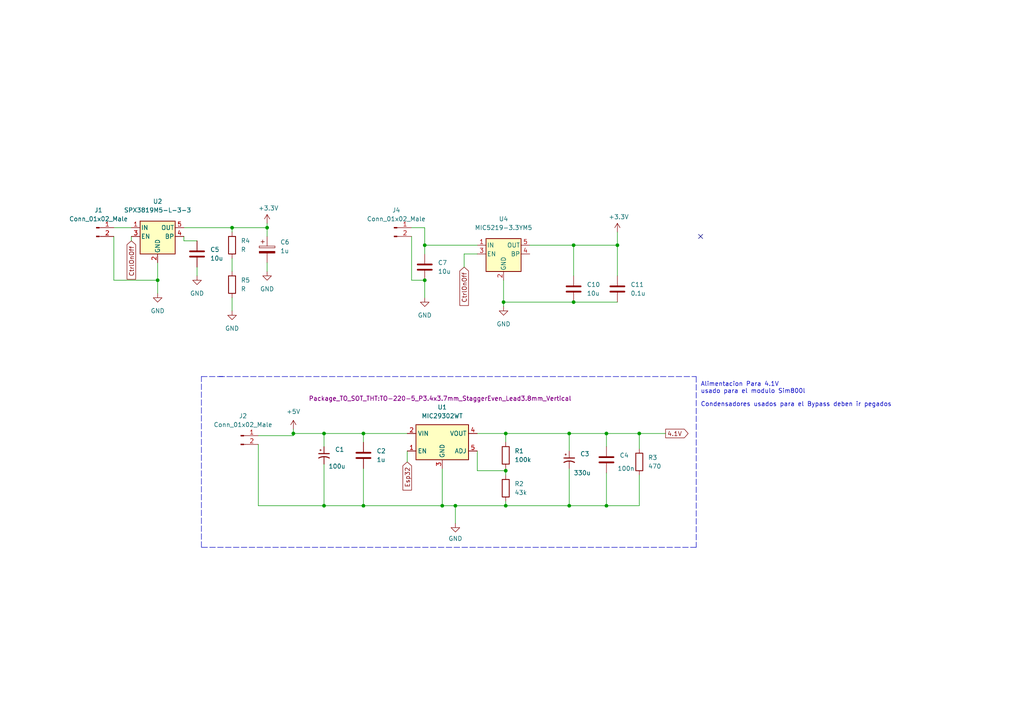
<source format=kicad_sch>
(kicad_sch (version 20211123) (generator eeschema)
  (paper "A4")
  (lib_symbols
    (symbol "Conn_01x02_Male_1" (pin_names (offset 1.016) hide)
      (property "Reference" "J" (at 0 2.54 0))
      (property "Value" "Conn_01x02_Male_1" (at 0 -5.08 0))
      (symbol "Conn_01x02_Male_1_1_1"
        (polyline (pts (xy 1.27 -2.54) (xy 0.8636 -2.54)) (stroke (width 0.1524)))
        (polyline (pts (xy 1.27 0) (xy 0.8636 0)) (stroke (width 0.1524)))
        (rectangle (start 0.8636 -2.413) (end 0 -2.667) (stroke (width 0.1524)) (fill (type outline)))
        (rectangle (start 0.8636 0.127) (end 0 -0.127) (stroke (width 0.1524)) (fill (type outline)))
        (pin passive line (at 5.08 0 180) (length 3.81) (name "Pin_1") (number "1"))
        (pin passive line (at 5.08 -2.54 180) (length 3.81) (name "Pin_2") (number "2"))
      )
    )
    (symbol "Connector:Conn_01x02_Male" (pin_names (offset 1.016) hide)
      (property "Reference" "J?" (at 0.635 5.715 0))
      (property "Value" "Conn_01x02_Male" (at 0.635 3.175 0))
      (symbol "Conn_01x02_Male_1_1"
        (polyline (pts (xy 1.27 -2.54) (xy 0.8636 -2.54)) (stroke (width 0.1524)))
        (polyline (pts (xy 1.27 0) (xy 0.8636 0)) (stroke (width 0.1524)))
        (rectangle (start 0.8636 -2.413) (end 0 -2.667) (stroke (width 0.1524)) (fill (type outline)))
        (rectangle (start 0.8636 0.127) (end 0 -0.127) (stroke (width 0.1524)) (fill (type outline)))
        (pin power_in line (at 5.08 0 180) (length 3.81) (name "Pin_1") (number "1"))
        (pin passive line (at 5.08 -2.54 180) (length 3.81) (name "Pin_2") (number "2"))
      )
    )
    (symbol "Device:C" (pin_numbers hide) (pin_names (offset 0.254))
      (property "Reference" "C" (at 0.635 2.54 0))
      (property "Value" "C" (at 0.635 -2.54 0))
      (symbol "C_0_1"
        (polyline (pts (xy -2.032 -0.762) (xy 2.032 -0.762)) (stroke (width 0.508)))
        (polyline (pts (xy -2.032 0.762) (xy 2.032 0.762)) (stroke (width 0.508)))
      )
      (symbol "C_1_1"
        (pin passive line (at 0 3.81 270) (length 2.794) (name "~") (number "1"))
        (pin passive line (at 0 -3.81 90) (length 2.794) (name "~") (number "2"))
      )
    )
    (symbol "Device:C_Polarized" (pin_numbers hide) (pin_names (offset 0.254))
      (property "Reference" "C" (at 0.635 2.54 0))
      (property "Value" "C_Polarized" (at 0.635 -2.54 0))
      (symbol "C_Polarized_0_1"
        (rectangle (start -2.286 0.508) (end 2.286 1.016))
        (polyline (pts (xy -1.778 2.286) (xy -0.762 2.286)))
        (polyline (pts (xy -1.27 2.794) (xy -1.27 1.778)))
        (rectangle (start 2.286 -0.508) (end -2.286 -1.016) (fill (type outline)))
      )
      (symbol "C_Polarized_1_1"
        (pin passive line (at 0 3.81 270) (length 2.794) (name "~") (number "1"))
        (pin passive line (at 0 -3.81 90) (length 2.794) (name "~") (number "2"))
      )
    )
    (symbol "Device:C_Polarized_Small_US" (pin_numbers hide) (pin_names (offset 0.254) hide)
      (property "Reference" "C" (at 0.254 1.778 0))
      (property "Value" "C_Polarized_Small_US" (at 0.254 -2.032 0))
      (symbol "C_Polarized_Small_US_0_1"
        (polyline (pts (xy -1.524 0.508) (xy 1.524 0.508)) (stroke (width 0.3048)))
        (polyline (pts (xy -1.27 1.524) (xy -0.762 1.524)))
        (polyline (pts (xy -1.016 1.27) (xy -1.016 1.778)))
        (arc (start 1.524 -0.762) (mid 0 -0.3734) (end -1.524 -0.762) (stroke (width 0.3048)))
      )
      (symbol "C_Polarized_Small_US_1_1"
        (pin passive line (at 0 2.54 270) (length 2.032) (name "~") (number "1"))
        (pin passive line (at 0 -2.54 90) (length 2.032) (name "~") (number "2"))
      )
    )
    (symbol "Device:R" (pin_numbers hide) (pin_names (offset 0))
      (property "Reference" "R" (at 2.032 0 90))
      (property "Value" "R" (at 0 0 90))
      (symbol "R_0_1"
        (rectangle (start -1.016 -2.54) (end 1.016 2.54) (stroke (width 0.254)))
      )
      (symbol "R_1_1"
        (pin passive line (at 0 3.81 270) (length 1.27) (name "~") (number "1"))
        (pin passive line (at 0 -3.81 90) (length 1.27) (name "~") (number "2"))
      )
    )
    (symbol "Regulator_Linear:MIC29302WT"
      (property "Reference" "U" (at -6.35 6.35 0))
      (property "Value" "MIC29302WT" (at 2.54 6.35 0))
      (symbol "MIC29302WT_1_1"
        (rectangle (start -7.62 5.08) (end 7.62 -5.08) (stroke (width 0.254)) (fill (type background)))
        (pin input line (at -10.16 -2.54 0) (length 2.54) (name "EN") (number "1"))
        (pin power_in line (at -10.16 2.54 0) (length 2.54) (name "VIN") (number "2"))
        (pin power_in line (at 0 -7.62 90) (length 2.54) (name "GND") (number "3"))
        (pin power_out line (at 10.16 2.54 180) (length 2.54) (name "VOUT") (number "4"))
        (pin input line (at 10.16 -2.54 180) (length 2.54) (name "ADJ") (number "5"))
      )
    )
    (symbol "Regulator_Linear:MIC5219-3.3YM5" (pin_names (offset 0.254))
      (property "Reference" "U" (at -3.81 5.715 0))
      (property "Value" "MIC5219-3.3YM5" (at 0 5.715 0))
      (symbol "MIC5219-3.3YM5_0_1"
        (rectangle (start -5.08 4.445) (end 5.08 -5.08) (stroke (width 0.254)) (fill (type background)))
      )
      (symbol "MIC5219-3.3YM5_1_1"
        (pin power_in line (at -7.62 2.54 0) (length 2.54) (name "IN") (number "1"))
        (pin power_in line (at 0 -7.62 90) (length 2.54) (name "GND") (number "2"))
        (pin input line (at -7.62 0 0) (length 2.54) (name "EN") (number "3"))
        (pin input line (at 7.62 0 180) (length 2.54) (name "BP") (number "4"))
        (pin power_out line (at 7.62 2.54 180) (length 2.54) (name "OUT") (number "5"))
      )
    )
    (symbol "Regulator_Linear:SPX3819M5-L-3-3" (pin_names (offset 0.254))
      (property "Reference" "U" (at -3.81 5.715 0))
      (property "Value" "SPX3819M5-L-3-3" (at 0 5.715 0))
      (symbol "SPX3819M5-L-3-3_0_1"
        (rectangle (start -5.08 4.445) (end 5.08 -5.08) (stroke (width 0.254)) (fill (type background)))
      )
      (symbol "SPX3819M5-L-3-3_1_1"
        (pin power_in line (at -7.62 2.54 0) (length 2.54) (name "IN") (number "1"))
        (pin power_in line (at 0 -7.62 90) (length 2.54) (name "GND") (number "2"))
        (pin input line (at -7.62 0 0) (length 2.54) (name "EN") (number "3"))
        (pin input line (at 7.62 0 180) (length 2.54) (name "BP") (number "4"))
        (pin power_out line (at 7.62 2.54 180) (length 2.54) (name "OUT") (number "5"))
      )
    )
    (symbol "power:+3.3V" (power) (pin_names (offset 0))
      (property "Value" "+3.3V" (at 0 3.556 0))
      (symbol "+3.3V_0_1"
        (polyline (pts (xy -0.762 1.27) (xy 0 2.54)))
        (polyline (pts (xy 0 0) (xy 0 2.54)))
        (polyline (pts (xy 0 2.54) (xy 0.762 1.27)))
      )
      (symbol "+3.3V_1_1"
        (pin power_in line (at 0 0 90) (length 0) hide (name "+3.3V") (number "1"))
      )
    )
    (symbol "power:+5V" (power) (pin_names (offset 0))
      (property "Value" "+5V" (at 0 3.556 0))
      (symbol "+5V_0_1"
        (polyline (pts (xy -0.762 1.27) (xy 0 2.54)))
        (polyline (pts (xy 0 0) (xy 0 2.54)))
        (polyline (pts (xy 0 2.54) (xy 0.762 1.27)))
      )
      (symbol "+5V_1_1"
        (pin power_in line (at 0 0 90) (length 0) hide (name "+5V") (number "1"))
      )
    )
    (symbol "power:GND" (power) (pin_names (offset 0))
      (property "Value" "GND" (at 0 -3.81 0))
      (symbol "GND_0_1"
        (polyline (pts (xy 0 0) (xy 0 -1.27) (xy 1.27 -1.27) (xy 0 -2.54) (xy -1.27 -1.27) (xy 0 -1.27)))
      )
      (symbol "GND_1_1"
        (pin power_in line (at 0 0 270) (length 0) hide (name "GND") (number "1"))
      )
    )
  )
  (junction (at 146.685 125.73))
  (junction (at 45.72 81.28))
  (junction (at 179.07 71.12))
  (junction (at 132.08 146.685))
  (junction (at 123.19 81.28))
  (junction (at 85.09 125.73))
  (junction (at 185.42 125.73))
  (junction (at 105.41 125.73))
  (junction (at 146.685 136.525))
  (junction (at 166.37 87.63))
  (junction (at 175.895 125.73))
  (junction (at 165.1 125.73))
  (junction (at 146.05 87.63))
  (junction (at 105.41 146.685))
  (junction (at 93.98 146.685))
  (junction (at 77.47 66.04))
  (junction (at 166.37 71.12))
  (junction (at 165.1 146.685))
  (junction (at 67.31 66.04))
  (junction (at 128.27 146.685))
  (junction (at 123.19 71.12))
  (junction (at 175.895 146.685))
  (junction (at 146.685 146.685))
  (junction (at 93.98 125.73))
  (no_connect (at 203.2 68.58))
  (wire (pts (xy 179.07 80.01) (xy 179.07 71.12)))
  (wire (pts (xy 132.08 146.685) (xy 132.08 151.765)))
  (wire (pts (xy 138.43 73.66) (xy 134.62 73.66)))
  (wire (pts (xy 67.31 86.36) (xy 67.31 90.17)))
  (wire (pts (xy 175.895 125.73) (xy 185.42 125.73)))
  (wire (pts (xy 123.19 71.12) (xy 123.19 73.66)))
  (wire (pts (xy 165.1 125.73) (xy 175.895 125.73)))
  (wire (pts (xy 93.98 125.73) (xy 93.98 129.54)))
  (wire (pts (xy 146.685 146.685) (xy 165.1 146.685)))
  (polyline (pts (xy 201.93 109.22) (xy 201.93 158.75)))
  (wire (pts (xy 105.41 135.89) (xy 105.41 146.685)))
  (wire (pts (xy 166.37 87.63) (xy 179.07 87.63)))
  (wire (pts (xy 85.09 124.46) (xy 85.09 125.73)))
  (wire (pts (xy 119.38 66.04) (xy 123.19 66.04)))
  (polyline (pts (xy 58.42 158.75) (xy 58.42 109.22)))
  (wire (pts (xy 119.38 81.28) (xy 123.19 81.28)))
  (wire (pts (xy 146.685 145.415) (xy 146.685 146.685)))
  (wire (pts (xy 77.47 66.04) (xy 77.47 68.58)))
  (wire (pts (xy 105.41 125.73) (xy 105.41 128.27)))
  (wire (pts (xy 57.15 69.85) (xy 53.34 69.85)))
  (wire (pts (xy 146.685 135.89) (xy 146.685 136.525)))
  (wire (pts (xy 185.42 125.73) (xy 185.42 130.175)))
  (wire (pts (xy 128.27 135.89) (xy 128.27 146.685)))
  (wire (pts (xy 118.11 125.73) (xy 105.41 125.73)))
  (wire (pts (xy 146.685 125.73) (xy 165.1 125.73)))
  (wire (pts (xy 146.685 136.525) (xy 146.685 137.795)))
  (wire (pts (xy 175.895 146.685) (xy 185.42 146.685)))
  (wire (pts (xy 128.27 146.685) (xy 132.08 146.685)))
  (wire (pts (xy 57.15 77.47) (xy 57.15 80.01)))
  (wire (pts (xy 123.19 66.04) (xy 123.19 71.12)))
  (polyline (pts (xy 201.93 158.75) (xy 58.42 158.75)))
  (wire (pts (xy 146.685 125.73) (xy 146.685 128.27)))
  (wire (pts (xy 74.93 126.365) (xy 85.09 126.365)))
  (wire (pts (xy 185.42 125.73) (xy 193.04 125.73)))
  (wire (pts (xy 134.62 73.66) (xy 134.62 77.47)))
  (wire (pts (xy 53.34 66.04) (xy 67.31 66.04)))
  (wire (pts (xy 146.05 87.63) (xy 146.05 88.9)))
  (wire (pts (xy 175.895 137.16) (xy 175.895 146.685)))
  (wire (pts (xy 93.98 134.62) (xy 93.98 146.685)))
  (wire (pts (xy 146.05 81.28) (xy 146.05 87.63)))
  (wire (pts (xy 166.37 80.01) (xy 166.37 71.12)))
  (wire (pts (xy 132.08 146.685) (xy 146.685 146.685)))
  (wire (pts (xy 146.05 87.63) (xy 166.37 87.63)))
  (wire (pts (xy 93.98 146.685) (xy 105.41 146.685)))
  (wire (pts (xy 185.42 137.795) (xy 185.42 146.685)))
  (wire (pts (xy 123.19 81.28) (xy 123.19 86.36)))
  (wire (pts (xy 165.1 146.685) (xy 175.895 146.685)))
  (wire (pts (xy 179.07 71.12) (xy 166.37 71.12)))
  (wire (pts (xy 138.43 136.525) (xy 138.43 130.81)))
  (wire (pts (xy 77.47 76.2) (xy 77.47 78.74)))
  (wire (pts (xy 165.1 135.89) (xy 165.1 146.685)))
  (wire (pts (xy 138.43 125.73) (xy 146.685 125.73)))
  (wire (pts (xy 146.685 136.525) (xy 138.43 136.525)))
  (wire (pts (xy 33.02 81.28) (xy 45.72 81.28)))
  (wire (pts (xy 85.09 126.365) (xy 85.09 125.73)))
  (wire (pts (xy 77.47 64.77) (xy 77.47 66.04)))
  (wire (pts (xy 33.02 66.04) (xy 38.1 66.04)))
  (wire (pts (xy 166.37 71.12) (xy 153.67 71.12)))
  (wire (pts (xy 45.72 76.2) (xy 45.72 81.28)))
  (wire (pts (xy 67.31 66.04) (xy 67.31 67.31)))
  (wire (pts (xy 93.98 125.73) (xy 85.09 125.73)))
  (wire (pts (xy 77.47 66.04) (xy 67.31 66.04)))
  (wire (pts (xy 123.19 71.12) (xy 138.43 71.12)))
  (wire (pts (xy 179.07 67.31) (xy 179.07 71.12)))
  (wire (pts (xy 118.11 133.985) (xy 118.11 130.81)))
  (wire (pts (xy 67.31 74.93) (xy 67.31 78.74)))
  (wire (pts (xy 74.93 146.685) (xy 93.98 146.685)))
  (wire (pts (xy 33.02 68.58) (xy 33.02 81.28)))
  (wire (pts (xy 105.41 125.73) (xy 93.98 125.73)))
  (polyline (pts (xy 63.5 109.22) (xy 201.93 109.22)))
  (wire (pts (xy 165.1 125.73) (xy 165.1 130.81)))
  (wire (pts (xy 45.72 85.09) (xy 45.72 81.28)))
  (polyline (pts (xy 58.42 109.22) (xy 64.77 109.22)))
  (wire (pts (xy 105.41 146.685) (xy 128.27 146.685)))
  (wire (pts (xy 53.34 69.85) (xy 53.34 68.58)))
  (wire (pts (xy 74.93 128.905) (xy 74.93 146.685)))
  (wire (pts (xy 119.38 68.58) (xy 119.38 81.28)))
  (wire (pts (xy 38.1 69.85) (xy 38.1 68.58)))
  (wire (pts (xy 175.895 125.73) (xy 175.895 129.54)))
  (text "Condensadores usados para el Bypass deben ir pegados\n" (at 203.2 118.11 0) (effects (font (size 1.27 1.27)) (justify left bottom)))
  (text "Alimentacion Para 4.1V\nusado para el modulo Sim800l" (at 203.2 114.3 0) (effects (font (size 1.27 1.27)) (justify left bottom)))
  (global_label "CtrlOnOff" (shape input) (at 38.1 69.85 270) (property "Intersheet References" "${INTERSHEET_REFS}" (effects hide)))
  (global_label "4.1V" (shape output) (at 193.04 125.73 0) (property "Intersheet References" "${INTERSHEET_REFS}" (effects hide)))
  (global_label "CtrlOnOff" (shape input) (at 134.62 77.47 270) (property "Intersheet References" "${INTERSHEET_REFS}" (effects hide)))
  (global_label "Esp32" (shape input) (at 118.11 133.985 270) (property "Intersheet References" "${INTERSHEET_REFS}" (effects hide)))
  (symbol (lib_id "power:GND") (at 132.08 151.765 0) (unit 1)
    (property "Reference" "#PWR02" (effects hide))
    (property "Value" "GND" (at 132.08 156.21 0))
  )
  (symbol (lib_id "Device:C") (at 123.19 77.47 0) (unit 1)
    (property "Reference" "C7" (at 127 76.1999 0) (effects (justify left)))
    (property "Value" "10u" (at 127 78.7399 0) (effects (justify left)))
  )
  (symbol (lib_id "power:GND") (at 67.31 90.17 0) (unit 1)
    (property "Reference" "#PWR05" (effects hide))
    (property "Value" "GND" (at 67.31 95.25 0))
  )
  (symbol (lib_name "Conn_01x02_Male_1") (lib_id "Connector:Conn_01x02_Male") (at 27.94 66.04 0) (unit 1)
    (property "Reference" "J1" (at 28.575 60.96 0))
    (property "Value" "Conn_01x02_Male" (at 28.575 63.5 0))
  )
  (symbol (lib_id "Regulator_Linear:MIC29302WT") (at 128.27 128.27 0) (unit 1)
    (property "Reference" "U1" (at 128.27 118.11 0))
    (property "Value" "MIC29302WT" (at 128.27 120.65 0))
    (property "Footprint" "Package_TO_SOT_THT:TO-220-5_P3.4x3.7mm_StaggerEven_Lead3.8mm_Vertical" (at 89.535 115.57 0) (effects (justify left)))
    (property "Datasheet" "http://ww1.microchip.com/downloads/en/devicedoc/20005685a.pdf" (effects hide))
  )
  (symbol (lib_id "power:GND") (at 123.19 86.36 0) (unit 1)
    (property "Reference" "#PWR08" (effects hide))
    (property "Value" "GND" (at 123.19 91.44 0))
  )
  (symbol (lib_id "power:GND") (at 57.15 80.01 0) (unit 1)
    (property "Reference" "#PWR04" (effects hide))
    (property "Value" "GND" (at 57.15 85.09 0))
  )
  (symbol (lib_name "Conn_01x02_Male_1") (lib_id "Connector:Conn_01x02_Male") (at 114.3 66.04 0) (unit 1)
    (property "Reference" "J4" (at 114.935 60.96 0))
    (property "Value" "Conn_01x02_Male" (at 114.935 63.5 0))
  )
  (symbol (lib_id "Device:C") (at 175.895 133.35 0) (unit 1)
    (property "Reference" "C4" (at 179.705 132.0799 0) (effects (justify left)))
    (property "Value" "100n" (at 179.07 135.89 0) (effects (justify left)))
  )
  (symbol (lib_id "power:GND") (at 146.05 88.9 0) (unit 1)
    (property "Reference" "#PWR010" (effects hide))
    (property "Value" "GND" (at 146.05 93.98 0))
  )
  (symbol (lib_id "Device:C") (at 179.07 83.82 0) (unit 1)
    (property "Reference" "C11" (at 182.88 82.5499 0) (effects (justify left)))
    (property "Value" "0.1u" (at 182.88 85.0899 0) (effects (justify left)))
  )
  (symbol (lib_id "Device:C") (at 105.41 132.08 0) (unit 1)
    (property "Reference" "C2" (at 109.22 130.8099 0) (effects (justify left)))
    (property "Value" "1u" (at 109.22 133.3499 0) (effects (justify left)))
    (property "Footprint" "Capacitor_SMD:C_0603_1608Metric_Pad1.08x0.95mm_HandSolder" (effects hide))
  )
  (symbol (lib_id "Device:R") (at 146.685 132.08 0) (unit 1)
    (property "Reference" "R1" (at 149.225 130.8099 0) (effects (justify left)))
    (property "Value" "100k" (at 149.225 133.3499 0) (effects (justify left)))
  )
  (symbol (lib_id "Device:R") (at 185.42 133.985 0) (unit 1)
    (property "Reference" "R3" (at 187.96 132.7149 0) (effects (justify left)))
    (property "Value" "470" (at 187.96 135.2549 0) (effects (justify left)))
  )
  (symbol (lib_id "Device:R") (at 67.31 71.12 0) (unit 1)
    (property "Reference" "R4" (at 69.85 69.8499 0) (effects (justify left)))
    (property "Value" "R" (at 69.85 72.3899 0) (effects (justify left)))
  )
  (symbol (lib_id "power:GND") (at 77.47 78.74 0) (unit 1)
    (property "Reference" "#PWR07" (effects hide))
    (property "Value" "GND" (at 77.47 83.82 0))
  )
  (symbol (lib_id "power:+3.3V") (at 77.47 64.77 0) (unit 1)
    (property "Reference" "#PWR06" (effects hide))
    (property "Value" "+3.3V" (at 77.851 60.3758 0))
  )
  (symbol (lib_id "Device:R") (at 67.31 82.55 0) (unit 1)
    (property "Reference" "R5" (at 69.85 81.2799 0) (effects (justify left)))
    (property "Value" "R" (at 69.85 83.8199 0) (effects (justify left)))
  )
  (symbol (lib_id "power:GND") (at 45.72 85.09 0) (unit 1)
    (property "Reference" "#PWR03" (effects hide))
    (property "Value" "GND" (at 45.72 90.17 0))
  )
  (symbol (lib_id "Device:R") (at 146.685 141.605 0) (unit 1)
    (property "Reference" "R2" (at 149.225 140.3349 0) (effects (justify left)))
    (property "Value" "43k" (at 149.225 142.8749 0) (effects (justify left)))
  )
  (symbol (lib_id "Device:C_Polarized_Small_US") (at 165.1 133.35 0) (unit 1)
    (property "Reference" "C3" (at 168.275 131.6481 0) (effects (justify left)))
    (property "Value" "330u" (at 166.37 137.16 0) (effects (justify left)))
  )
  (symbol (lib_id "Regulator_Linear:SPX3819M5-L-3-3") (at 45.72 68.58 0) (unit 1)
    (property "Reference" "U2" (at 45.72 58.42 0))
    (property "Value" "SPX3819M5-L-3-3" (at 45.72 60.96 0))
    (property "Footprint" "Package_TO_SOT_SMD:SOT-23-5" (effects hide))
    (property "Datasheet" "https://www.exar.com/content/document.ashx?id=22106&languageid=1033&type=Datasheet&partnumber=SPX3819&filename=SPX3819.pdf&part=SPX3819" (effects hide))
  )
  (symbol (lib_id "Device:C") (at 57.15 73.66 0) (unit 1)
    (property "Reference" "C5" (at 60.96 72.3899 0) (effects (justify left)))
    (property "Value" "10u" (at 60.96 74.9299 0) (effects (justify left)))
  )
  (symbol (lib_id "Regulator_Linear:MIC5219-3.3YM5") (at 146.05 73.66 0) (unit 1)
    (property "Reference" "U4" (at 146.05 63.5 0))
    (property "Value" "MIC5219-3.3YM5" (at 146.05 66.04 0))
    (property "Footprint" "Package_TO_SOT_SMD:SOT-23-5" (effects hide))
    (property "Datasheet" "http://ww1.microchip.com/downloads/en/DeviceDoc/MIC5219-500mA-Peak-Output-LDO-Regulator-DS20006021A.pdf" (effects hide))
  )
  (symbol (lib_id "Device:C_Polarized_Small_US") (at 93.98 132.08 0) (unit 1)
    (property "Reference" "C1" (at 97.155 130.3781 0) (effects (justify left)))
    (property "Value" "100u" (at 95.25 135.255 0) (effects (justify left)))
  )
  (symbol (lib_id "Connector:Conn_01x02_Male") (at 69.85 126.365 0) (unit 1)
    (property "Reference" "J2" (at 70.485 120.65 0))
    (property "Value" "Conn_01x02_Male" (at 70.485 123.19 0))
  )
  (symbol (lib_id "Device:C") (at 166.37 83.82 0) (unit 1)
    (property "Reference" "C10" (at 170.18 82.5499 0) (effects (justify left)))
    (property "Value" "10u" (at 170.18 85.0899 0) (effects (justify left)))
  )
  (symbol (lib_id "Device:C_Polarized") (at 77.47 72.39 0) (unit 1)
    (property "Reference" "C6" (at 81.28 70.2309 0) (effects (justify left)))
    (property "Value" "1u" (at 81.28 72.7709 0) (effects (justify left)))
  )
  (symbol (lib_id "power:+3.3V") (at 179.07 67.31 0) (unit 1)
    (property "Reference" "#PWR011" (effects hide))
    (property "Value" "+3.3V" (at 179.451 62.9158 0))
  )
  (symbol (lib_id "power:+5V") (at 85.09 124.46 0) (unit 1)
    (property "Reference" "#PWR01" (effects hide))
    (property "Value" "+5V" (at 85.09 119.38 0))
  )
)
</source>
